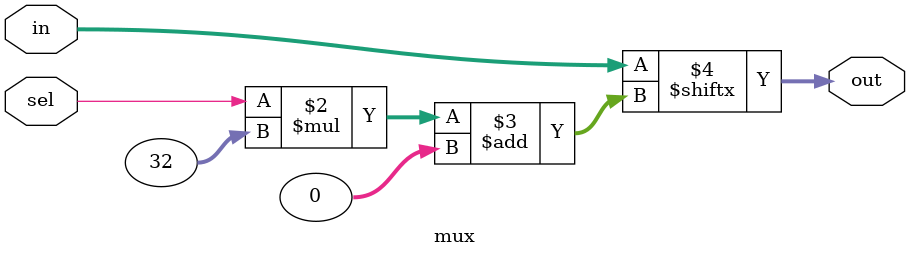
<source format=v>
module mux #(
    parameter NUM_INPUTS = 2,
    parameter WIDTH = 32
) (
    input [NUM_INPUTS * WIDTH - 1: 0] in,
    input [$clog2(NUM_INPUTS) - 1:0] sel,
    output reg [WIDTH-1:0] out
);

    always @(*) begin 
        out = in[sel * WIDTH +: WIDTH];
    end

endmodule
</source>
